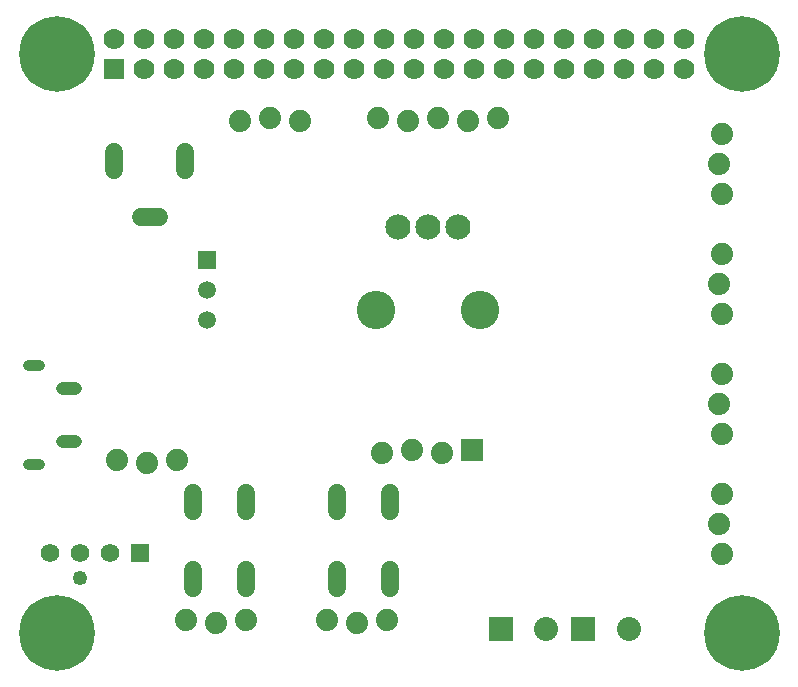
<source format=gbr>
G04 EAGLE Gerber RS-274X export*
G75*
%MOMM*%
%FSLAX34Y34*%
%LPD*%
%INSoldermask Bottom*%
%IPPOS*%
%AMOC8*
5,1,8,0,0,1.08239X$1,22.5*%
G01*
%ADD10R,1.500000X1.500000*%
%ADD11C,1.500000*%
%ADD12C,1.500000*%
%ADD13C,3.251200*%
%ADD14C,2.133600*%
%ADD15C,2.750000*%
%ADD16R,1.778000X1.778000*%
%ADD17C,1.778000*%
%ADD18C,6.400000*%
%ADD19C,1.524000*%
%ADD20R,2.032000X2.032000*%
%ADD21C,2.032000*%
%ADD22C,1.879600*%
%ADD23C,1.250000*%
%ADD24C,1.570000*%
%ADD25R,1.570000X1.570000*%
%ADD26R,1.879600X1.879600*%
%ADD27C,0.950000*%
%ADD28C,1.100000*%


D10*
X162560Y350520D03*
D11*
X162560Y325120D03*
X162560Y299720D03*
D12*
X143740Y426840D02*
X143740Y441840D01*
X83740Y441840D02*
X83740Y426840D01*
X106240Y387340D02*
X121240Y387340D01*
D13*
X393250Y308610D03*
D14*
X324250Y378610D03*
X349250Y378610D03*
X374250Y378610D03*
D13*
X305250Y308610D03*
D15*
X35000Y35000D03*
X35000Y525000D03*
X615000Y35000D03*
X615000Y525000D03*
D16*
X83700Y512300D03*
D17*
X83700Y537700D03*
X109100Y512300D03*
X109100Y537700D03*
X134500Y512300D03*
X134500Y537700D03*
X159900Y512300D03*
X159900Y537700D03*
X185300Y512300D03*
X185300Y537700D03*
X210700Y512300D03*
X210700Y537700D03*
X236100Y512300D03*
X236100Y537700D03*
X261500Y512300D03*
X261500Y537700D03*
X286900Y512300D03*
X286900Y537700D03*
X312300Y512300D03*
X312300Y537700D03*
X337700Y512300D03*
X337700Y537700D03*
X363100Y512300D03*
X363100Y537700D03*
X388500Y512300D03*
X388500Y537700D03*
X413900Y512300D03*
X413900Y537700D03*
X439300Y512300D03*
X439300Y537700D03*
X464700Y512300D03*
X464700Y537700D03*
X490100Y512300D03*
X490100Y537700D03*
X515500Y512300D03*
X515500Y537700D03*
X540900Y512300D03*
X540900Y537700D03*
X566300Y512300D03*
X566300Y537700D03*
D18*
X35000Y525000D03*
X615000Y525000D03*
X615000Y35000D03*
X35000Y35000D03*
D19*
X195326Y137922D02*
X195326Y153162D01*
X195326Y88138D02*
X195326Y72898D01*
X150114Y137922D02*
X150114Y153162D01*
X150114Y88138D02*
X150114Y72898D01*
X317246Y137922D02*
X317246Y153162D01*
X317246Y88138D02*
X317246Y72898D01*
X272034Y137922D02*
X272034Y153162D01*
X272034Y88138D02*
X272034Y72898D01*
D20*
X410972Y38100D03*
D21*
X449528Y38100D03*
D20*
X480822Y38100D03*
D21*
X519378Y38100D03*
D22*
X241300Y468630D03*
X215900Y471170D03*
X190500Y468630D03*
X264160Y45720D03*
X289560Y43180D03*
X314960Y45720D03*
X144780Y45720D03*
X170180Y43180D03*
X195580Y45720D03*
X307340Y471170D03*
X332740Y468630D03*
X358140Y471170D03*
X383540Y468630D03*
X408940Y471170D03*
X598170Y457200D03*
X595630Y431800D03*
X598170Y406400D03*
X598170Y355600D03*
X595630Y330200D03*
X598170Y304800D03*
X598170Y254000D03*
X595630Y228600D03*
X598170Y203200D03*
X598170Y152400D03*
X595630Y127000D03*
X598170Y101600D03*
D23*
X54610Y81280D03*
D24*
X29210Y102880D03*
X54610Y102880D03*
X80010Y102880D03*
D25*
X105410Y102880D03*
D22*
X86360Y181610D03*
X111760Y179070D03*
X137160Y181610D03*
D26*
X386588Y189484D03*
D22*
X361188Y186944D03*
X335788Y189484D03*
X310388Y186944D03*
D27*
X19736Y177960D02*
X10236Y177960D01*
X10236Y261460D02*
X19736Y261460D01*
D28*
X39486Y241960D02*
X50486Y241960D01*
X50486Y197460D02*
X39486Y197460D01*
M02*

</source>
